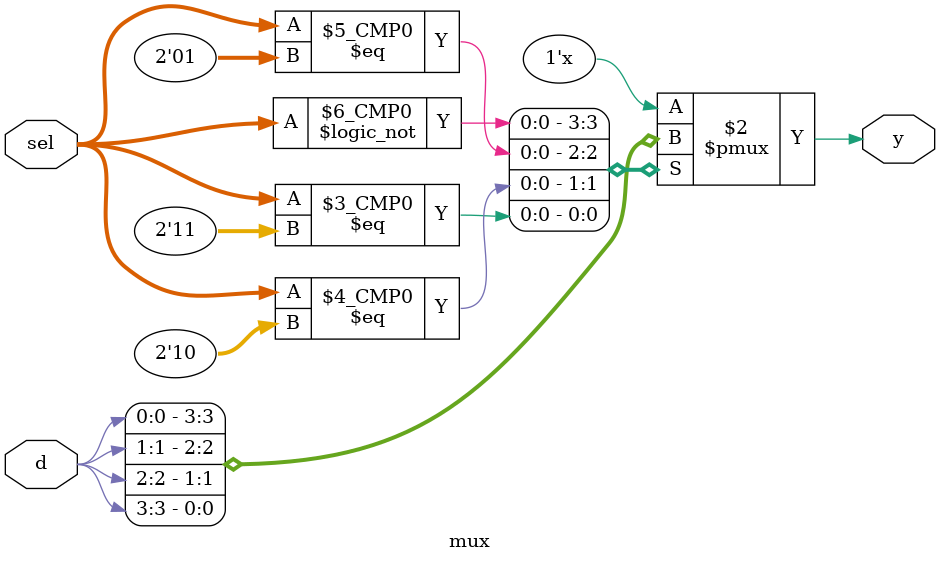
<source format=sv>
module mux(d,sel,y);
  input  [3:0] d;
  input [1:0] sel;
  output reg y;
  
  always @(*)
    begin
      case(sel)
        2'b00: y=d[0];
        2'b01: y=d[1];
        2'b10: y=d[2];
        2'b11: y=d[3];
        default y=0;
      endcase
    end
endmodule

  

</source>
